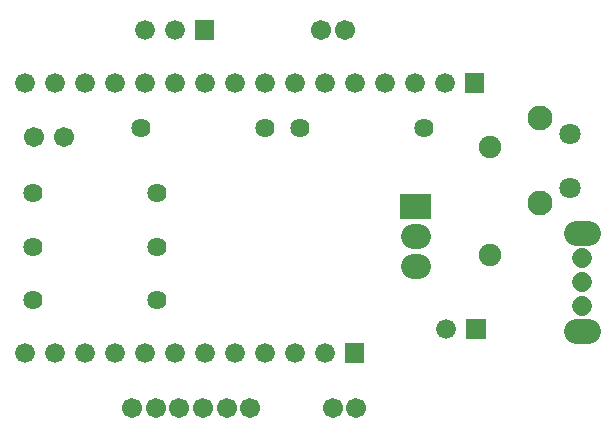
<source format=gbs>
G04 Layer: BottomSolderMaskLayer*
G04 EasyEDA v6.4.20.6, 2021-08-25T14:01:31+02:00*
G04 e866269f8e5e4e6dbd67b5624e2cb2fc,10*
G04 Gerber Generator version 0.2*
G04 Scale: 100 percent, Rotated: No, Reflected: No *
G04 Dimensions in millimeters *
G04 leading zeros omitted , absolute positions ,4 integer and 5 decimal *
%FSLAX45Y45*%
%MOMM*%

%ADD30C,1.7015*%
%ADD31C,2.1016*%
%ADD32C,1.7016*%
%ADD34C,1.6764*%
%ADD35C,1.8016*%
%ADD36C,1.6256*%
%ADD38C,1.9016*%

%LPD*%
D30*
X-219986Y-2675389D02*
G01*
X-219991Y-2675389D01*
X-219986Y-2275390D02*
G01*
X-219991Y-2275390D01*
X-219986Y-2475390D02*
G01*
X-219991Y-2475390D01*
D31*
X-269989Y-2060379D02*
G01*
X-169989Y-2060379D01*
X-269989Y-2890400D02*
G01*
X-169989Y-2890400D01*
X-1601995Y-2343995D02*
G01*
X-1651995Y-2343995D01*
X-1601995Y-2089995D02*
G01*
X-1651995Y-2089995D01*
D32*
G01*
X-2126894Y-3540056D03*
G01*
X-2326893Y-3540056D03*
G36*
X-1199895Y-2959920D02*
G01*
X-1199895Y-2792280D01*
X-1032256Y-2792280D01*
X-1032256Y-2959920D01*
G37*
D34*
G01*
X-1369999Y-2875998D03*
D32*
G01*
X-3826992Y-3540005D03*
G01*
X-4026992Y-3540005D03*
G01*
X-3626993Y-3540005D03*
G01*
X-3426993Y-3540005D03*
G01*
X-3226993Y-3540005D03*
G01*
X-3026994Y-3540005D03*
G01*
X-2426995Y-340012D03*
G01*
X-2226995Y-340012D03*
D34*
G01*
X-3920997Y-340012D03*
G01*
X-3666997Y-340012D03*
G36*
X-3496818Y-423730D02*
G01*
X-3496818Y-256090D01*
X-3329177Y-256090D01*
X-3329177Y-423730D01*
G37*
D32*
G01*
X-4606797Y-1247198D03*
G01*
X-4860797Y-1247198D03*
D35*
G01*
X-319989Y-1675391D03*
G01*
X-319989Y-1225405D03*
D31*
G01*
X-573989Y-1090404D03*
G01*
X-573989Y-1810392D03*
G36*
X-1210818Y-873818D02*
G01*
X-1210818Y-706178D01*
X-1043177Y-706178D01*
X-1043177Y-873818D01*
G37*
D34*
G01*
X-1380997Y-789998D03*
G01*
X-1634997Y-789998D03*
G01*
X-1888997Y-789998D03*
G01*
X-2142997Y-789998D03*
G01*
X-2396997Y-789998D03*
G01*
X-2650997Y-789998D03*
G01*
X-2904997Y-789998D03*
G01*
X-3158997Y-789998D03*
G01*
X-3412997Y-789998D03*
G01*
X-3666997Y-789998D03*
G01*
X-3920997Y-789998D03*
G01*
X-4174997Y-789998D03*
G01*
X-4428997Y-789998D03*
G01*
X-4682997Y-789998D03*
G01*
X-4936997Y-789998D03*
G36*
X-2226818Y-3159818D02*
G01*
X-2226818Y-2992178D01*
X-2059177Y-2992178D01*
X-2059177Y-3159818D01*
G37*
G01*
X-2396997Y-3075998D03*
G01*
X-2650997Y-3075998D03*
G01*
X-2904997Y-3075998D03*
G01*
X-3158997Y-3075998D03*
G01*
X-3412997Y-3075998D03*
G01*
X-3666997Y-3075998D03*
G01*
X-3920997Y-3075998D03*
G01*
X-4174997Y-3075998D03*
G01*
X-4428997Y-3075998D03*
G01*
X-4682997Y-3075998D03*
G01*
X-4936997Y-3075998D03*
D36*
G01*
X-4861991Y-1725988D03*
G01*
X-3811981Y-1725988D03*
G01*
X-4861991Y-2176000D03*
G01*
X-3811981Y-2176000D03*
G01*
X-1551990Y-1170998D03*
G01*
X-2602001Y-1170998D03*
G01*
X-3952011Y-1170998D03*
G01*
X-2902000Y-1170998D03*
G01*
X-3811981Y-2626012D03*
G01*
X-4861991Y-2626012D03*
G36*
X-1757171Y-1941126D02*
G01*
X-1757171Y-1730814D01*
X-1497076Y-1730814D01*
X-1497076Y-1941126D01*
G37*
D38*
G01*
X-997000Y-1330002D03*
G01*
X-997000Y-2249990D03*
M02*

</source>
